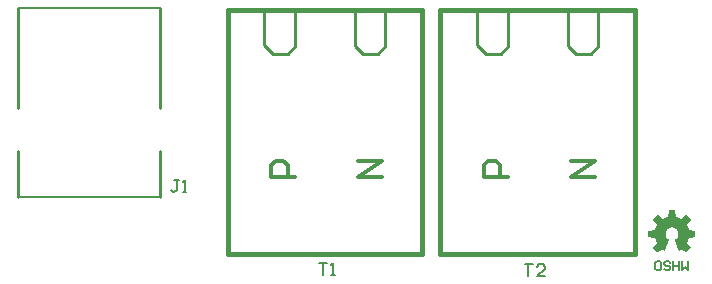
<source format=gto>
G04 Layer_Color=65535*
%FSLAX23Y23*%
%MOIN*%
G70*
G01*
G75*
%ADD11C,0.010*%
%ADD23C,0.016*%
%ADD24C,0.008*%
%ADD25C,0.005*%
%ADD26C,0.007*%
%ADD27C,0.012*%
G36*
X457Y-441D02*
X457Y-441D01*
Y-442D01*
Y-442D01*
X461Y-462D01*
Y-462D01*
X461Y-462D01*
X462Y-463D01*
X462D01*
X475Y-468D01*
X477D01*
X493Y-457D01*
X494D01*
X494Y-457D01*
X509Y-471D01*
Y-471D01*
Y-472D01*
Y-472D01*
Y-472D01*
X497Y-489D01*
Y-489D01*
Y-489D01*
Y-489D01*
Y-490D01*
Y-490D01*
X503Y-504D01*
X503Y-504D01*
X504Y-505D01*
X504D01*
X523Y-508D01*
X524D01*
X524Y-508D01*
Y-509D01*
Y-509D01*
Y-529D01*
X524Y-529D01*
X523Y-530D01*
X523D01*
X505Y-534D01*
X504D01*
X504Y-534D01*
Y-534D01*
Y-534D01*
X498Y-549D01*
Y-550D01*
Y-550D01*
Y-550D01*
Y-550D01*
X509Y-566D01*
Y-566D01*
Y-567D01*
Y-567D01*
X494Y-581D01*
X494Y-581D01*
X493D01*
X493Y-581D01*
X478Y-571D01*
X477D01*
X470Y-575D01*
X469Y-574D01*
X468Y-574D01*
X455Y-540D01*
X455Y-539D01*
X455Y-539D01*
X457Y-538D01*
X457Y-538D01*
X458D01*
X458Y-537D01*
X458Y-537D01*
X462Y-535D01*
X464Y-532D01*
X465Y-529D01*
X467Y-526D01*
X467Y-524D01*
X468Y-521D01*
X468Y-520D01*
Y-519D01*
X468Y-516D01*
X467Y-513D01*
X466Y-511D01*
X465Y-508D01*
X463Y-506D01*
X463Y-505D01*
X462Y-504D01*
X462Y-504D01*
X459Y-502D01*
X457Y-500D01*
X454Y-499D01*
X452Y-498D01*
X449Y-497D01*
X448Y-497D01*
X446D01*
X443Y-497D01*
X440Y-498D01*
X437Y-499D01*
X435Y-501D01*
X433Y-502D01*
X432Y-503D01*
X431Y-504D01*
X431Y-504D01*
X429Y-506D01*
X427Y-509D01*
X426Y-512D01*
X425Y-514D01*
X425Y-516D01*
X425Y-518D01*
Y-519D01*
Y-519D01*
X425Y-524D01*
X426Y-527D01*
X428Y-530D01*
X430Y-533D01*
X432Y-535D01*
X433Y-536D01*
X434Y-537D01*
X435Y-537D01*
X435Y-538D01*
X435Y-538D01*
X435Y-538D01*
X437Y-539D01*
X438Y-540D01*
Y-540D01*
Y-540D01*
X424Y-574D01*
X423Y-574D01*
X423Y-575D01*
X423D01*
X416Y-571D01*
X415D01*
X400Y-581D01*
X399Y-581D01*
X398D01*
X398Y-581D01*
X384Y-567D01*
Y-567D01*
Y-567D01*
Y-566D01*
X395Y-550D01*
Y-550D01*
Y-550D01*
Y-549D01*
Y-549D01*
X389Y-534D01*
X388Y-534D01*
X388Y-534D01*
X388D01*
X369Y-530D01*
X369Y-529D01*
X368Y-529D01*
Y-529D01*
Y-509D01*
Y-508D01*
X369Y-508D01*
X369D01*
X388Y-505D01*
X389Y-504D01*
X389Y-504D01*
Y-504D01*
X395Y-490D01*
Y-490D01*
Y-489D01*
Y-489D01*
Y-489D01*
X384Y-472D01*
Y-472D01*
Y-472D01*
Y-471D01*
Y-471D01*
X398Y-457D01*
X398Y-457D01*
X400D01*
X416Y-468D01*
X417D01*
X431Y-463D01*
X431Y-462D01*
X432Y-462D01*
Y-462D01*
Y-462D01*
X435Y-442D01*
Y-441D01*
X436Y-441D01*
X456D01*
X457Y-441D01*
D02*
G37*
D11*
X-1260Y-98D02*
Y234D01*
Y-396D02*
Y-244D01*
X-1732Y-396D02*
Y-244D01*
Y-98D02*
Y234D01*
X-914Y112D02*
Y232D01*
Y112D02*
X-884Y82D01*
X-834D01*
X-809Y107D01*
Y232D01*
X-609Y107D02*
Y232D01*
Y107D02*
X-584Y82D01*
X-534D01*
X-509Y107D01*
Y227D01*
X200Y107D02*
Y227D01*
X175Y82D02*
X200Y107D01*
X125Y82D02*
X175D01*
X100Y107D02*
X125Y82D01*
X100Y107D02*
Y232D01*
X-100Y107D02*
Y232D01*
X-125Y82D02*
X-100Y107D01*
X-175Y82D02*
X-125D01*
X-205Y112D02*
X-175Y82D01*
X-205Y112D02*
Y232D01*
D23*
X-1035Y228D02*
X-386D01*
Y-587D02*
Y228D01*
X-1035Y-587D02*
Y228D01*
Y-587D02*
X-386D01*
X-327D02*
X323D01*
X-327D02*
Y228D01*
X323Y-587D02*
Y228D01*
X-327D02*
X323D01*
D24*
X-1733Y234D02*
X-1259D01*
X-1733Y-396D02*
X-1259D01*
D25*
X-45Y-621D02*
X-18D01*
X-32D01*
Y-661D01*
X22D02*
X-5D01*
X22Y-635D01*
Y-628D01*
X15Y-621D01*
X2D01*
X-5Y-628D01*
X-730Y-616D02*
X-703D01*
X-717D01*
Y-656D01*
X-690D02*
X-677D01*
X-683D01*
Y-616D01*
X-690Y-623D01*
X-1198Y-340D02*
X-1212D01*
X-1205D01*
Y-373D01*
X-1212Y-380D01*
X-1218D01*
X-1225Y-373D01*
X-1185Y-380D02*
X-1172D01*
X-1178D01*
Y-340D01*
X-1185Y-347D01*
D26*
X405Y-610D02*
X395D01*
X390Y-615D01*
Y-635D01*
X395Y-640D01*
X405D01*
X410Y-635D01*
Y-615D01*
X405Y-610D01*
X440Y-615D02*
X435Y-610D01*
X425D01*
X420Y-615D01*
Y-620D01*
X425Y-625D01*
X435D01*
X440Y-630D01*
Y-635D01*
X435Y-640D01*
X425D01*
X420Y-635D01*
X450Y-610D02*
Y-640D01*
Y-625D01*
X470D01*
Y-610D01*
Y-640D01*
X480Y-610D02*
Y-640D01*
X490Y-630D01*
X500Y-640D01*
Y-610D01*
D27*
X-809Y-328D02*
X-889D01*
Y-288D01*
X-875Y-275D01*
X-849D01*
X-835Y-288D01*
Y-328D01*
X-519D02*
X-599D01*
X-519Y-275D01*
X-599D01*
X190Y-328D02*
X110D01*
X190Y-275D01*
X110D01*
X-100Y-328D02*
X-180D01*
Y-288D01*
X-167Y-275D01*
X-140D01*
X-127Y-288D01*
Y-328D01*
M02*

</source>
